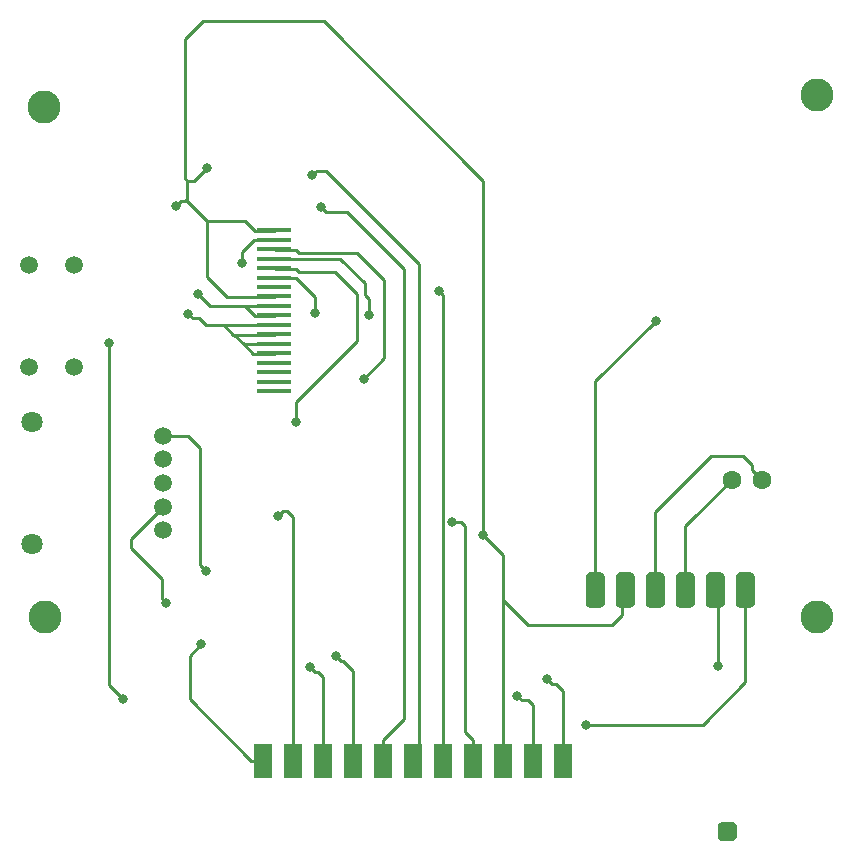
<source format=gbr>
G04 #@! TF.GenerationSoftware,KiCad,Pcbnew,5.0.2+dfsg1-1~bpo9+1*
G04 #@! TF.CreationDate,2020-11-02T20:14:28+00:00*
G04 #@! TF.ProjectId,gbc_outline_screen_new,6762635f-6f75-4746-9c69-6e655f736372,rev?*
G04 #@! TF.SameCoordinates,Original*
G04 #@! TF.FileFunction,Copper,L1,Top*
G04 #@! TF.FilePolarity,Positive*
%FSLAX46Y46*%
G04 Gerber Fmt 4.6, Leading zero omitted, Abs format (unit mm)*
G04 Created by KiCad (PCBNEW 5.0.2+dfsg1-1~bpo9+1) date Mon 02 Nov 2020 20:14:28 GMT*
%MOMM*%
%LPD*%
G01*
G04 APERTURE LIST*
G04 #@! TA.AperFunction,SMDPad,CuDef*
%ADD10R,3.000000X0.400000*%
G04 #@! TD*
G04 #@! TA.AperFunction,Conductor*
%ADD11C,0.100000*%
G04 #@! TD*
G04 #@! TA.AperFunction,SMDPad,CuDef*
%ADD12C,1.600000*%
G04 #@! TD*
G04 #@! TA.AperFunction,ComponentPad*
%ADD13C,2.800000*%
G04 #@! TD*
G04 #@! TA.AperFunction,ComponentPad*
%ADD14C,1.500000*%
G04 #@! TD*
G04 #@! TA.AperFunction,ComponentPad*
%ADD15C,1.800000*%
G04 #@! TD*
G04 #@! TA.AperFunction,ComponentPad*
%ADD16C,1.600000*%
G04 #@! TD*
G04 #@! TA.AperFunction,SMDPad,CuDef*
%ADD17R,1.524000X3.000000*%
G04 #@! TD*
G04 #@! TA.AperFunction,ViaPad*
%ADD18C,0.800000*%
G04 #@! TD*
G04 #@! TA.AperFunction,Conductor*
%ADD19C,0.250000*%
G04 #@! TD*
G04 APERTURE END LIST*
D10*
G04 #@! TO.P,U1,1*
G04 #@! TO.N,Net-(J1-Pad34)*
X135737600Y-73439020D03*
G04 #@! TO.P,U1,2*
G04 #@! TO.N,Net-(J1-Pad13)*
X135737600Y-74239120D03*
G04 #@! TO.P,U1,3*
G04 #@! TO.N,Net-(J1-Pad23)*
X135737600Y-75039220D03*
G04 #@! TO.P,U1,4*
G04 #@! TO.N,Net-(J1-Pad22)*
X135737600Y-75839320D03*
G04 #@! TO.P,U1,5*
G04 #@! TO.N,Net-(J1-Pad24)*
X135737600Y-76639420D03*
G04 #@! TO.P,U1,6*
G04 #@! TO.N,Net-(J1-Pad19)*
X135737600Y-77439520D03*
G04 #@! TO.P,U1,7*
G04 #@! TO.N,Net-(U1-Pad7)*
X135737600Y-78239620D03*
G04 #@! TO.P,U1,8*
G04 #@! TO.N,Net-(J1-Pad34)*
X135737600Y-79039720D03*
G04 #@! TO.P,U1,9*
G04 #@! TO.N,Net-(J1-Pad1)*
X135737600Y-79839820D03*
G04 #@! TO.P,U1,10*
X135737600Y-80639920D03*
G04 #@! TO.P,U1,11*
G04 #@! TO.N,Net-(R1-Pad2)*
X135737600Y-81440020D03*
G04 #@! TO.P,U1,12*
X135737600Y-82240120D03*
G04 #@! TO.P,U1,13*
X135737600Y-83040220D03*
G04 #@! TO.P,U1,14*
X135737600Y-83840320D03*
G04 #@! TO.P,U1,15*
G04 #@! TO.N,Net-(U1-Pad15)*
X135737600Y-84640420D03*
G04 #@! TO.P,U1,16*
G04 #@! TO.N,Net-(U1-Pad16)*
X135737600Y-85440520D03*
G04 #@! TO.P,U1,17*
G04 #@! TO.N,Net-(U1-Pad17)*
X135737600Y-86240620D03*
G04 #@! TO.P,U1,18*
G04 #@! TO.N,Net-(U1-Pad18)*
X135737600Y-87040720D03*
G04 #@! TD*
D11*
G04 #@! TO.N,Net-(U3-Pad1)*
G04 #@! TO.C,U3*
G36*
X176052267Y-102387926D02*
X176091096Y-102393686D01*
X176129174Y-102403224D01*
X176166133Y-102416448D01*
X176201619Y-102433231D01*
X176235288Y-102453412D01*
X176266817Y-102476796D01*
X176295903Y-102503157D01*
X176322264Y-102532243D01*
X176345648Y-102563772D01*
X176365829Y-102597441D01*
X176382612Y-102632927D01*
X176395836Y-102669886D01*
X176405374Y-102707964D01*
X176411134Y-102746793D01*
X176413060Y-102786000D01*
X176413060Y-104986000D01*
X176411134Y-105025207D01*
X176405374Y-105064036D01*
X176395836Y-105102114D01*
X176382612Y-105139073D01*
X176365829Y-105174559D01*
X176345648Y-105208228D01*
X176322264Y-105239757D01*
X176295903Y-105268843D01*
X176266817Y-105295204D01*
X176235288Y-105318588D01*
X176201619Y-105338769D01*
X176166133Y-105355552D01*
X176129174Y-105368776D01*
X176091096Y-105378314D01*
X176052267Y-105384074D01*
X176013060Y-105386000D01*
X175213060Y-105386000D01*
X175173853Y-105384074D01*
X175135024Y-105378314D01*
X175096946Y-105368776D01*
X175059987Y-105355552D01*
X175024501Y-105338769D01*
X174990832Y-105318588D01*
X174959303Y-105295204D01*
X174930217Y-105268843D01*
X174903856Y-105239757D01*
X174880472Y-105208228D01*
X174860291Y-105174559D01*
X174843508Y-105139073D01*
X174830284Y-105102114D01*
X174820746Y-105064036D01*
X174814986Y-105025207D01*
X174813060Y-104986000D01*
X174813060Y-102786000D01*
X174814986Y-102746793D01*
X174820746Y-102707964D01*
X174830284Y-102669886D01*
X174843508Y-102632927D01*
X174860291Y-102597441D01*
X174880472Y-102563772D01*
X174903856Y-102532243D01*
X174930217Y-102503157D01*
X174959303Y-102476796D01*
X174990832Y-102453412D01*
X175024501Y-102433231D01*
X175059987Y-102416448D01*
X175096946Y-102403224D01*
X175135024Y-102393686D01*
X175173853Y-102387926D01*
X175213060Y-102386000D01*
X176013060Y-102386000D01*
X176052267Y-102387926D01*
X176052267Y-102387926D01*
G37*
D12*
G04 #@! TD*
G04 #@! TO.P,U3,1*
G04 #@! TO.N,Net-(U3-Pad1)*
X175613060Y-103886000D03*
D11*
G04 #@! TO.N,Net-(R2-Pad1)*
G04 #@! TO.C,U3*
G36*
X173512267Y-102387926D02*
X173551096Y-102393686D01*
X173589174Y-102403224D01*
X173626133Y-102416448D01*
X173661619Y-102433231D01*
X173695288Y-102453412D01*
X173726817Y-102476796D01*
X173755903Y-102503157D01*
X173782264Y-102532243D01*
X173805648Y-102563772D01*
X173825829Y-102597441D01*
X173842612Y-102632927D01*
X173855836Y-102669886D01*
X173865374Y-102707964D01*
X173871134Y-102746793D01*
X173873060Y-102786000D01*
X173873060Y-104986000D01*
X173871134Y-105025207D01*
X173865374Y-105064036D01*
X173855836Y-105102114D01*
X173842612Y-105139073D01*
X173825829Y-105174559D01*
X173805648Y-105208228D01*
X173782264Y-105239757D01*
X173755903Y-105268843D01*
X173726817Y-105295204D01*
X173695288Y-105318588D01*
X173661619Y-105338769D01*
X173626133Y-105355552D01*
X173589174Y-105368776D01*
X173551096Y-105378314D01*
X173512267Y-105384074D01*
X173473060Y-105386000D01*
X172673060Y-105386000D01*
X172633853Y-105384074D01*
X172595024Y-105378314D01*
X172556946Y-105368776D01*
X172519987Y-105355552D01*
X172484501Y-105338769D01*
X172450832Y-105318588D01*
X172419303Y-105295204D01*
X172390217Y-105268843D01*
X172363856Y-105239757D01*
X172340472Y-105208228D01*
X172320291Y-105174559D01*
X172303508Y-105139073D01*
X172290284Y-105102114D01*
X172280746Y-105064036D01*
X172274986Y-105025207D01*
X172273060Y-104986000D01*
X172273060Y-102786000D01*
X172274986Y-102746793D01*
X172280746Y-102707964D01*
X172290284Y-102669886D01*
X172303508Y-102632927D01*
X172320291Y-102597441D01*
X172340472Y-102563772D01*
X172363856Y-102532243D01*
X172390217Y-102503157D01*
X172419303Y-102476796D01*
X172450832Y-102453412D01*
X172484501Y-102433231D01*
X172519987Y-102416448D01*
X172556946Y-102403224D01*
X172595024Y-102393686D01*
X172633853Y-102387926D01*
X172673060Y-102386000D01*
X173473060Y-102386000D01*
X173512267Y-102387926D01*
X173512267Y-102387926D01*
G37*
D12*
G04 #@! TD*
G04 #@! TO.P,U3,2*
G04 #@! TO.N,Net-(R2-Pad1)*
X173073060Y-103886000D03*
D11*
G04 #@! TO.N,Net-(U2-Pad1)*
G04 #@! TO.C,U3*
G36*
X170972267Y-102387926D02*
X171011096Y-102393686D01*
X171049174Y-102403224D01*
X171086133Y-102416448D01*
X171121619Y-102433231D01*
X171155288Y-102453412D01*
X171186817Y-102476796D01*
X171215903Y-102503157D01*
X171242264Y-102532243D01*
X171265648Y-102563772D01*
X171285829Y-102597441D01*
X171302612Y-102632927D01*
X171315836Y-102669886D01*
X171325374Y-102707964D01*
X171331134Y-102746793D01*
X171333060Y-102786000D01*
X171333060Y-104986000D01*
X171331134Y-105025207D01*
X171325374Y-105064036D01*
X171315836Y-105102114D01*
X171302612Y-105139073D01*
X171285829Y-105174559D01*
X171265648Y-105208228D01*
X171242264Y-105239757D01*
X171215903Y-105268843D01*
X171186817Y-105295204D01*
X171155288Y-105318588D01*
X171121619Y-105338769D01*
X171086133Y-105355552D01*
X171049174Y-105368776D01*
X171011096Y-105378314D01*
X170972267Y-105384074D01*
X170933060Y-105386000D01*
X170133060Y-105386000D01*
X170093853Y-105384074D01*
X170055024Y-105378314D01*
X170016946Y-105368776D01*
X169979987Y-105355552D01*
X169944501Y-105338769D01*
X169910832Y-105318588D01*
X169879303Y-105295204D01*
X169850217Y-105268843D01*
X169823856Y-105239757D01*
X169800472Y-105208228D01*
X169780291Y-105174559D01*
X169763508Y-105139073D01*
X169750284Y-105102114D01*
X169740746Y-105064036D01*
X169734986Y-105025207D01*
X169733060Y-104986000D01*
X169733060Y-102786000D01*
X169734986Y-102746793D01*
X169740746Y-102707964D01*
X169750284Y-102669886D01*
X169763508Y-102632927D01*
X169780291Y-102597441D01*
X169800472Y-102563772D01*
X169823856Y-102532243D01*
X169850217Y-102503157D01*
X169879303Y-102476796D01*
X169910832Y-102453412D01*
X169944501Y-102433231D01*
X169979987Y-102416448D01*
X170016946Y-102403224D01*
X170055024Y-102393686D01*
X170093853Y-102387926D01*
X170133060Y-102386000D01*
X170933060Y-102386000D01*
X170972267Y-102387926D01*
X170972267Y-102387926D01*
G37*
D12*
G04 #@! TD*
G04 #@! TO.P,U3,3*
G04 #@! TO.N,Net-(U2-Pad1)*
X170533060Y-103886000D03*
D11*
G04 #@! TO.N,Net-(U2-Pad2)*
G04 #@! TO.C,U3*
G36*
X168432267Y-102387926D02*
X168471096Y-102393686D01*
X168509174Y-102403224D01*
X168546133Y-102416448D01*
X168581619Y-102433231D01*
X168615288Y-102453412D01*
X168646817Y-102476796D01*
X168675903Y-102503157D01*
X168702264Y-102532243D01*
X168725648Y-102563772D01*
X168745829Y-102597441D01*
X168762612Y-102632927D01*
X168775836Y-102669886D01*
X168785374Y-102707964D01*
X168791134Y-102746793D01*
X168793060Y-102786000D01*
X168793060Y-104986000D01*
X168791134Y-105025207D01*
X168785374Y-105064036D01*
X168775836Y-105102114D01*
X168762612Y-105139073D01*
X168745829Y-105174559D01*
X168725648Y-105208228D01*
X168702264Y-105239757D01*
X168675903Y-105268843D01*
X168646817Y-105295204D01*
X168615288Y-105318588D01*
X168581619Y-105338769D01*
X168546133Y-105355552D01*
X168509174Y-105368776D01*
X168471096Y-105378314D01*
X168432267Y-105384074D01*
X168393060Y-105386000D01*
X167593060Y-105386000D01*
X167553853Y-105384074D01*
X167515024Y-105378314D01*
X167476946Y-105368776D01*
X167439987Y-105355552D01*
X167404501Y-105338769D01*
X167370832Y-105318588D01*
X167339303Y-105295204D01*
X167310217Y-105268843D01*
X167283856Y-105239757D01*
X167260472Y-105208228D01*
X167240291Y-105174559D01*
X167223508Y-105139073D01*
X167210284Y-105102114D01*
X167200746Y-105064036D01*
X167194986Y-105025207D01*
X167193060Y-104986000D01*
X167193060Y-102786000D01*
X167194986Y-102746793D01*
X167200746Y-102707964D01*
X167210284Y-102669886D01*
X167223508Y-102632927D01*
X167240291Y-102597441D01*
X167260472Y-102563772D01*
X167283856Y-102532243D01*
X167310217Y-102503157D01*
X167339303Y-102476796D01*
X167370832Y-102453412D01*
X167404501Y-102433231D01*
X167439987Y-102416448D01*
X167476946Y-102403224D01*
X167515024Y-102393686D01*
X167553853Y-102387926D01*
X167593060Y-102386000D01*
X168393060Y-102386000D01*
X168432267Y-102387926D01*
X168432267Y-102387926D01*
G37*
D12*
G04 #@! TD*
G04 #@! TO.P,U3,4*
G04 #@! TO.N,Net-(U2-Pad2)*
X167993060Y-103886000D03*
D11*
G04 #@! TO.N,Net-(J1-Pad34)*
G04 #@! TO.C,U3*
G36*
X165892267Y-102387926D02*
X165931096Y-102393686D01*
X165969174Y-102403224D01*
X166006133Y-102416448D01*
X166041619Y-102433231D01*
X166075288Y-102453412D01*
X166106817Y-102476796D01*
X166135903Y-102503157D01*
X166162264Y-102532243D01*
X166185648Y-102563772D01*
X166205829Y-102597441D01*
X166222612Y-102632927D01*
X166235836Y-102669886D01*
X166245374Y-102707964D01*
X166251134Y-102746793D01*
X166253060Y-102786000D01*
X166253060Y-104986000D01*
X166251134Y-105025207D01*
X166245374Y-105064036D01*
X166235836Y-105102114D01*
X166222612Y-105139073D01*
X166205829Y-105174559D01*
X166185648Y-105208228D01*
X166162264Y-105239757D01*
X166135903Y-105268843D01*
X166106817Y-105295204D01*
X166075288Y-105318588D01*
X166041619Y-105338769D01*
X166006133Y-105355552D01*
X165969174Y-105368776D01*
X165931096Y-105378314D01*
X165892267Y-105384074D01*
X165853060Y-105386000D01*
X165053060Y-105386000D01*
X165013853Y-105384074D01*
X164975024Y-105378314D01*
X164936946Y-105368776D01*
X164899987Y-105355552D01*
X164864501Y-105338769D01*
X164830832Y-105318588D01*
X164799303Y-105295204D01*
X164770217Y-105268843D01*
X164743856Y-105239757D01*
X164720472Y-105208228D01*
X164700291Y-105174559D01*
X164683508Y-105139073D01*
X164670284Y-105102114D01*
X164660746Y-105064036D01*
X164654986Y-105025207D01*
X164653060Y-104986000D01*
X164653060Y-102786000D01*
X164654986Y-102746793D01*
X164660746Y-102707964D01*
X164670284Y-102669886D01*
X164683508Y-102632927D01*
X164700291Y-102597441D01*
X164720472Y-102563772D01*
X164743856Y-102532243D01*
X164770217Y-102503157D01*
X164799303Y-102476796D01*
X164830832Y-102453412D01*
X164864501Y-102433231D01*
X164899987Y-102416448D01*
X164936946Y-102403224D01*
X164975024Y-102393686D01*
X165013853Y-102387926D01*
X165053060Y-102386000D01*
X165853060Y-102386000D01*
X165892267Y-102387926D01*
X165892267Y-102387926D01*
G37*
D12*
G04 #@! TD*
G04 #@! TO.P,U3,5*
G04 #@! TO.N,Net-(J1-Pad34)*
X165453060Y-103886000D03*
D11*
G04 #@! TO.N,Net-(SW1-Pad3)*
G04 #@! TO.C,U3*
G36*
X163352267Y-102387926D02*
X163391096Y-102393686D01*
X163429174Y-102403224D01*
X163466133Y-102416448D01*
X163501619Y-102433231D01*
X163535288Y-102453412D01*
X163566817Y-102476796D01*
X163595903Y-102503157D01*
X163622264Y-102532243D01*
X163645648Y-102563772D01*
X163665829Y-102597441D01*
X163682612Y-102632927D01*
X163695836Y-102669886D01*
X163705374Y-102707964D01*
X163711134Y-102746793D01*
X163713060Y-102786000D01*
X163713060Y-104986000D01*
X163711134Y-105025207D01*
X163705374Y-105064036D01*
X163695836Y-105102114D01*
X163682612Y-105139073D01*
X163665829Y-105174559D01*
X163645648Y-105208228D01*
X163622264Y-105239757D01*
X163595903Y-105268843D01*
X163566817Y-105295204D01*
X163535288Y-105318588D01*
X163501619Y-105338769D01*
X163466133Y-105355552D01*
X163429174Y-105368776D01*
X163391096Y-105378314D01*
X163352267Y-105384074D01*
X163313060Y-105386000D01*
X162513060Y-105386000D01*
X162473853Y-105384074D01*
X162435024Y-105378314D01*
X162396946Y-105368776D01*
X162359987Y-105355552D01*
X162324501Y-105338769D01*
X162290832Y-105318588D01*
X162259303Y-105295204D01*
X162230217Y-105268843D01*
X162203856Y-105239757D01*
X162180472Y-105208228D01*
X162160291Y-105174559D01*
X162143508Y-105139073D01*
X162130284Y-105102114D01*
X162120746Y-105064036D01*
X162114986Y-105025207D01*
X162113060Y-104986000D01*
X162113060Y-102786000D01*
X162114986Y-102746793D01*
X162120746Y-102707964D01*
X162130284Y-102669886D01*
X162143508Y-102632927D01*
X162160291Y-102597441D01*
X162180472Y-102563772D01*
X162203856Y-102532243D01*
X162230217Y-102503157D01*
X162259303Y-102476796D01*
X162290832Y-102453412D01*
X162324501Y-102433231D01*
X162359987Y-102416448D01*
X162396946Y-102403224D01*
X162435024Y-102393686D01*
X162473853Y-102387926D01*
X162513060Y-102386000D01*
X163313060Y-102386000D01*
X163352267Y-102387926D01*
X163352267Y-102387926D01*
G37*
D12*
G04 #@! TD*
G04 #@! TO.P,U3,6*
G04 #@! TO.N,Net-(SW1-Pad3)*
X162913060Y-103886000D03*
D11*
G04 #@! TO.N,Net-(U3-Pad7)*
G04 #@! TO.C,U3*
G36*
X174528267Y-123534926D02*
X174567096Y-123540686D01*
X174605174Y-123550224D01*
X174642133Y-123563448D01*
X174677619Y-123580231D01*
X174711288Y-123600412D01*
X174742817Y-123623796D01*
X174771903Y-123650157D01*
X174798264Y-123679243D01*
X174821648Y-123710772D01*
X174841829Y-123744441D01*
X174858612Y-123779927D01*
X174871836Y-123816886D01*
X174881374Y-123854964D01*
X174887134Y-123893793D01*
X174889060Y-123933000D01*
X174889060Y-124733000D01*
X174887134Y-124772207D01*
X174881374Y-124811036D01*
X174871836Y-124849114D01*
X174858612Y-124886073D01*
X174841829Y-124921559D01*
X174821648Y-124955228D01*
X174798264Y-124986757D01*
X174771903Y-125015843D01*
X174742817Y-125042204D01*
X174711288Y-125065588D01*
X174677619Y-125085769D01*
X174642133Y-125102552D01*
X174605174Y-125115776D01*
X174567096Y-125125314D01*
X174528267Y-125131074D01*
X174489060Y-125133000D01*
X173689060Y-125133000D01*
X173649853Y-125131074D01*
X173611024Y-125125314D01*
X173572946Y-125115776D01*
X173535987Y-125102552D01*
X173500501Y-125085769D01*
X173466832Y-125065588D01*
X173435303Y-125042204D01*
X173406217Y-125015843D01*
X173379856Y-124986757D01*
X173356472Y-124955228D01*
X173336291Y-124921559D01*
X173319508Y-124886073D01*
X173306284Y-124849114D01*
X173296746Y-124811036D01*
X173290986Y-124772207D01*
X173289060Y-124733000D01*
X173289060Y-123933000D01*
X173290986Y-123893793D01*
X173296746Y-123854964D01*
X173306284Y-123816886D01*
X173319508Y-123779927D01*
X173336291Y-123744441D01*
X173356472Y-123710772D01*
X173379856Y-123679243D01*
X173406217Y-123650157D01*
X173435303Y-123623796D01*
X173466832Y-123600412D01*
X173500501Y-123580231D01*
X173535987Y-123563448D01*
X173572946Y-123550224D01*
X173611024Y-123540686D01*
X173649853Y-123534926D01*
X173689060Y-123533000D01*
X174489060Y-123533000D01*
X174528267Y-123534926D01*
X174528267Y-123534926D01*
G37*
D12*
G04 #@! TD*
G04 #@! TO.P,U3,7*
G04 #@! TO.N,Net-(U3-Pad7)*
X174089060Y-124333000D03*
D13*
G04 #@! TO.P,REF\002A\002A,1*
G04 #@! TO.N,N/C*
X116286280Y-106151680D03*
G04 #@! TD*
G04 #@! TO.P,REF\002A\002A,1*
G04 #@! TO.N,N/C*
X181678580Y-61953140D03*
G04 #@! TD*
G04 #@! TO.P,REF\002A\002A,1*
G04 #@! TO.N,N/C*
X116273580Y-62969140D03*
G04 #@! TD*
G04 #@! TO.P,REF\002A\002A,1*
G04 #@! TO.N,N/C*
X181678580Y-106149140D03*
G04 #@! TD*
D14*
G04 #@! TO.P,U4,1*
G04 #@! TO.N,Net-(J1-Pad34)*
X126329440Y-90820240D03*
G04 #@! TO.P,U4,2*
G04 #@! TO.N,Net-(J1-Pad12)*
X126329440Y-92826840D03*
G04 #@! TO.P,U4,3*
G04 #@! TO.N,Net-(J1-Pad33)*
X126329440Y-94833440D03*
G04 #@! TO.P,U4,4*
G04 #@! TO.N,Net-(U4-Pad4)*
X126329440Y-96840040D03*
G04 #@! TO.P,U4,5*
G04 #@! TO.N,Net-(U4-Pad5)*
X126329440Y-98846640D03*
D15*
G04 #@! TO.P,U4,6*
G04 #@! TO.N,N/C*
X115204240Y-100002340D03*
G04 #@! TO.P,U4,7*
X115216940Y-89664540D03*
G04 #@! TD*
D16*
G04 #@! TO.P,U2,1*
G04 #@! TO.N,Net-(U2-Pad1)*
X174457360Y-94538800D03*
G04 #@! TO.P,U2,2*
G04 #@! TO.N,Net-(U2-Pad2)*
X176997360Y-94538800D03*
G04 #@! TD*
D17*
G04 #@! TO.P,U6,7*
G04 #@! TO.N,Net-(J1-Pad18)*
X150022560Y-118353840D03*
G04 #@! TO.P,U6,6*
G04 #@! TO.N,Net-(J1-Pad7)*
X147482560Y-118353840D03*
G04 #@! TO.P,U6,5*
G04 #@! TO.N,Net-(J1-Pad16)*
X144942560Y-118353840D03*
G04 #@! TO.P,U6,4*
G04 #@! TO.N,Net-(J1-Pad35)*
X142402560Y-118358920D03*
G04 #@! TO.P,U6,3*
G04 #@! TO.N,Net-(J1-Pad37)*
X139862560Y-118358920D03*
G04 #@! TO.P,U6,8*
G04 #@! TO.N,Net-(J1-Pad32)*
X152562560Y-118353840D03*
G04 #@! TO.P,U6,9*
G04 #@! TO.N,Net-(J1-Pad34)*
X155102560Y-118353840D03*
G04 #@! TO.P,U6,11*
G04 #@! TO.N,Net-(U4-Pad5)*
X160182560Y-118353840D03*
G04 #@! TO.P,U6,10*
G04 #@! TO.N,Net-(U4-Pad4)*
X157642560Y-118353840D03*
G04 #@! TO.P,U6,2*
G04 #@! TO.N,Net-(J1-Pad29)*
X137322560Y-118353840D03*
G04 #@! TO.P,U6,1*
G04 #@! TO.N,Net-(J1-Pad38)*
X134782560Y-118358920D03*
G04 #@! TD*
D14*
G04 #@! TO.P,U7,1*
G04 #@! TO.N,Net-(R2-Pad1)*
X118775480Y-84980780D03*
X118775480Y-76344780D03*
X114978180Y-76344780D03*
X114978180Y-84980780D03*
G04 #@! TD*
D18*
G04 #@! TO.N,Net-(J1-Pad1)*
X129270760Y-78816200D03*
G04 #@! TO.N,Net-(J1-Pad7)*
X138912600Y-68798440D03*
G04 #@! TO.N,Net-(J1-Pad13)*
X132953760Y-76169520D03*
G04 #@! TO.N,Net-(J1-Pad16)*
X139715240Y-71470520D03*
G04 #@! TO.N,Net-(J1-Pad18)*
X149656800Y-78592680D03*
G04 #@! TO.N,Net-(J1-Pad19)*
X139166600Y-80462120D03*
G04 #@! TO.N,Net-(J1-Pad22)*
X143758920Y-80624680D03*
G04 #@! TO.N,Net-(J1-Pad23)*
X143291560Y-86004400D03*
G04 #@! TO.N,Net-(J1-Pad24)*
X137601960Y-89646760D03*
G04 #@! TO.N,Net-(J1-Pad29)*
X136052560Y-97632520D03*
G04 #@! TO.N,Net-(J1-Pad32)*
X150747560Y-98130360D03*
G04 #@! TO.N,Net-(J1-Pad34)*
X153436320Y-99227640D03*
X127431800Y-71353680D03*
X129910840Y-102285800D03*
X130022600Y-68193920D03*
G04 #@! TO.N,Net-(J1-Pad35)*
X140985240Y-109479080D03*
G04 #@! TO.N,Net-(J1-Pad37)*
X138765280Y-110408720D03*
G04 #@! TO.N,Net-(J1-Pad38)*
X129504440Y-108493560D03*
G04 #@! TO.N,Net-(SW1-Pad3)*
X168054020Y-81076800D03*
G04 #@! TO.N,Net-(R1-Pad2)*
X128447800Y-80497680D03*
G04 #@! TO.N,Net-(U4-Pad4)*
X126583440Y-105008680D03*
X156265880Y-112842040D03*
G04 #@! TO.N,Net-(U4-Pad5)*
X158821120Y-111434880D03*
G04 #@! TO.N,Net-(R2-Pad1)*
X173299120Y-110289340D03*
G04 #@! TO.N,Net-(U3-Pad1)*
X162110420Y-115285520D03*
X122890280Y-113113820D03*
X121726960Y-83002120D03*
G04 #@! TD*
D19*
G04 #@! TO.N,Net-(J1-Pad1)*
X134073960Y-80685640D02*
X133230680Y-79842360D01*
X135823960Y-80685640D02*
X134073960Y-80685640D01*
X130296920Y-79842360D02*
X129270760Y-78816200D01*
X133111240Y-79842360D02*
X130296920Y-79842360D01*
X133154420Y-79885540D02*
X133111240Y-79842360D01*
X135823960Y-79885540D02*
X133154420Y-79885540D01*
X133230680Y-79842360D02*
X133111240Y-79842360D01*
G04 #@! TO.N,Net-(J1-Pad7)*
X147482560Y-117615840D02*
X148021040Y-117077360D01*
X147482560Y-118353840D02*
X147482560Y-117615840D01*
X148021040Y-117077360D02*
X148021040Y-76305240D01*
X140114241Y-68398441D02*
X140280560Y-68564760D01*
X138912600Y-68798440D02*
X139312599Y-68398441D01*
X139312599Y-68398441D02*
X140114241Y-68398441D01*
X148021040Y-76305240D02*
X140280560Y-68564760D01*
G04 #@! TO.N,Net-(J1-Pad13)*
X132953760Y-75272960D02*
X132953760Y-76169520D01*
X133987600Y-74239120D02*
X132953760Y-75272960D01*
X135737600Y-74239120D02*
X133987600Y-74239120D01*
G04 #@! TO.N,Net-(J1-Pad16)*
X144942560Y-116603840D02*
X146745960Y-114800440D01*
X144942560Y-118353840D02*
X144942560Y-116603840D01*
X146745960Y-114800440D02*
X146745960Y-76753720D01*
X141862759Y-71870519D02*
X142346680Y-72354440D01*
X140115239Y-71870519D02*
X141862759Y-71870519D01*
X139715240Y-71470520D02*
X140115239Y-71870519D01*
X146745960Y-76753720D02*
X142346680Y-72354440D01*
G04 #@! TO.N,Net-(J1-Pad18)*
X150022560Y-78958440D02*
X149656800Y-78592680D01*
X150022560Y-118353840D02*
X150022560Y-78958440D01*
G04 #@! TO.N,Net-(J1-Pad19)*
X139166600Y-79077880D02*
X139166600Y-80462120D01*
X137573960Y-77485240D02*
X139166600Y-79077880D01*
X135823960Y-77485240D02*
X137573960Y-77485240D01*
G04 #@! TO.N,Net-(J1-Pad22)*
X141325600Y-75839320D02*
X135737600Y-75839320D01*
X143758920Y-80624680D02*
X143758920Y-79221190D01*
X143758920Y-79221190D02*
X143418560Y-78880830D01*
X143418560Y-78880830D02*
X143418560Y-77932280D01*
X143418560Y-77932280D02*
X141325600Y-75839320D01*
G04 #@! TO.N,Net-(J1-Pad23)*
X137573960Y-75084940D02*
X137815260Y-75326240D01*
X135823960Y-75084940D02*
X137573960Y-75084940D01*
X137815260Y-75326240D02*
X142763240Y-75326240D01*
X142763240Y-75326240D02*
X145044160Y-77607160D01*
X145044160Y-84251800D02*
X143291560Y-86004400D01*
X145044160Y-77607160D02*
X145044160Y-84251800D01*
G04 #@! TO.N,Net-(J1-Pad24)*
X137573960Y-76685140D02*
X137860980Y-76972160D01*
X135823960Y-76685140D02*
X137573960Y-76685140D01*
X137860980Y-76972160D02*
X140873480Y-76972160D01*
X140873480Y-76972160D02*
X142707360Y-78806040D01*
X142707360Y-78806040D02*
X142707360Y-82834480D01*
X137601960Y-87939880D02*
X137601960Y-89646760D01*
X142707360Y-82834480D02*
X137601960Y-87939880D01*
G04 #@! TO.N,Net-(J1-Pad29)*
X136452559Y-97232521D02*
X136805721Y-97232521D01*
X136805721Y-97232521D02*
X137322560Y-97749360D01*
X136052560Y-97632520D02*
X136452559Y-97232521D01*
X137322560Y-118353840D02*
X137322560Y-97749360D01*
G04 #@! TO.N,Net-(J1-Pad32)*
X152562560Y-116603840D02*
X151902160Y-115943440D01*
X152562560Y-118353840D02*
X152562560Y-116603840D01*
X150747560Y-98130360D02*
X151561800Y-98130360D01*
X151561800Y-98130360D02*
X151902160Y-98470720D01*
X151902160Y-115943440D02*
X151902160Y-98470720D01*
G04 #@! TO.N,Net-(J1-Pad34)*
X135823960Y-79085440D02*
X131739640Y-79085440D01*
X134073960Y-73484740D02*
X133233220Y-72644000D01*
X135823960Y-73484740D02*
X134073960Y-73484740D01*
X130053080Y-72644000D02*
X128371600Y-70962520D01*
X133233220Y-72644000D02*
X130053080Y-72644000D01*
X131739640Y-79085440D02*
X131739640Y-79054960D01*
X130053080Y-77368400D02*
X130053080Y-72644000D01*
X131739640Y-79054960D02*
X130053080Y-77368400D01*
X155102560Y-100893880D02*
X153436320Y-99227640D01*
X153436320Y-99227640D02*
X153436320Y-69239090D01*
X153436320Y-69239090D02*
X139948920Y-55751690D01*
X139948920Y-55751690D02*
X129663230Y-55751690D01*
X129663230Y-55751690D02*
X128148080Y-57266840D01*
X128148080Y-57266840D02*
X128148080Y-61630560D01*
X128141679Y-70953681D02*
X128371600Y-70723760D01*
X127831799Y-70953681D02*
X128141679Y-70953681D01*
X127431800Y-71353680D02*
X127831799Y-70953681D01*
X128371600Y-70962520D02*
X128371600Y-70723760D01*
X128371600Y-70723760D02*
X128371600Y-69250560D01*
X128386840Y-90820240D02*
X126329440Y-90820240D01*
X128391920Y-90825320D02*
X128386840Y-90820240D01*
X129428240Y-91861640D02*
X128391920Y-90825320D01*
X129428240Y-91861640D02*
X129428240Y-101803200D01*
X129428240Y-101803200D02*
X129910840Y-102285800D01*
X128965960Y-69250560D02*
X130022600Y-68193920D01*
X128371600Y-69250560D02*
X128965960Y-69250560D01*
X128148080Y-69027040D02*
X128371600Y-69250560D01*
X128148080Y-61630560D02*
X128148080Y-69027040D01*
X165128450Y-104761790D02*
X165128450Y-106021630D01*
X165999160Y-103891080D02*
X165128450Y-104761790D01*
X165128450Y-106021630D02*
X164320220Y-106829860D01*
X164320220Y-106829860D02*
X157192980Y-106829860D01*
X157192980Y-106829860D02*
X155102560Y-104739440D01*
X155102560Y-104739440D02*
X155102560Y-100893880D01*
X155102560Y-118353840D02*
X155102560Y-104739440D01*
G04 #@! TO.N,Net-(J1-Pad35)*
X141532559Y-109879079D02*
X142402560Y-110749080D01*
X142402560Y-118358920D02*
X142402560Y-110749080D01*
X141385239Y-109879079D02*
X141532559Y-109879079D01*
X140985240Y-109479080D02*
X141385239Y-109879079D01*
G04 #@! TO.N,Net-(J1-Pad37)*
X139429439Y-110808719D02*
X139862560Y-111241840D01*
X139165279Y-110808719D02*
X139429439Y-110808719D01*
X138765280Y-110408720D02*
X139165279Y-110808719D01*
X139862560Y-118358920D02*
X139862560Y-111241840D01*
G04 #@! TO.N,Net-(J1-Pad38)*
X133770560Y-118358920D02*
X128554480Y-113142840D01*
X134782560Y-118358920D02*
X133770560Y-118358920D01*
X128554480Y-109443520D02*
X128554480Y-110347760D01*
X129504440Y-108493560D02*
X128554480Y-109443520D01*
X128554480Y-113142840D02*
X128554480Y-110347760D01*
G04 #@! TO.N,Net-(SW1-Pad3)*
X162913060Y-86217760D02*
X162913060Y-103886000D01*
X168054020Y-81076800D02*
X162913060Y-86217760D01*
G04 #@! TO.N,Net-(R1-Pad2)*
X134073960Y-82285840D02*
X134063800Y-82296000D01*
X135823960Y-82285840D02*
X134073960Y-82285840D01*
X132270500Y-82296000D02*
X131460240Y-81485740D01*
X135823960Y-81485740D02*
X131460240Y-81485740D01*
X134073960Y-83085940D02*
X134071420Y-83083400D01*
X135823960Y-83085940D02*
X134073960Y-83085940D01*
X133141720Y-83083400D02*
X132354320Y-82296000D01*
X134071420Y-83083400D02*
X133141720Y-83083400D01*
X132354320Y-82296000D02*
X132270500Y-82296000D01*
X134063800Y-82296000D02*
X132354320Y-82296000D01*
X134073960Y-83886040D02*
X134063800Y-83896200D01*
X135823960Y-83886040D02*
X134073960Y-83886040D01*
X133954520Y-83896200D02*
X133141720Y-83083400D01*
X134063800Y-83896200D02*
X133954520Y-83896200D01*
X129343099Y-80897679D02*
X129931160Y-81485740D01*
X128847799Y-80897679D02*
X129343099Y-80897679D01*
X128447800Y-80497680D02*
X128847799Y-80897679D01*
X131460240Y-81485740D02*
X129931160Y-81485740D01*
G04 #@! TO.N,Net-(U4-Pad4)*
X126183441Y-104608681D02*
X126183441Y-102978001D01*
X126583440Y-105008680D02*
X126183441Y-104608681D01*
X126183441Y-102978001D02*
X123555760Y-100350320D01*
X123555760Y-99613720D02*
X126329440Y-96840040D01*
X123555760Y-100350320D02*
X123555760Y-99613720D01*
X157214519Y-113242039D02*
X157642560Y-113670080D01*
X156665879Y-113242039D02*
X157214519Y-113242039D01*
X156265880Y-112842040D02*
X156665879Y-113242039D01*
X157642560Y-118353840D02*
X157642560Y-113670080D01*
G04 #@! TO.N,Net-(U4-Pad5)*
X160182560Y-116603840D02*
X160187640Y-116598760D01*
X160182560Y-118353840D02*
X160182560Y-116603840D01*
X159566559Y-111834879D02*
X160187640Y-112455960D01*
X159221119Y-111834879D02*
X159566559Y-111834879D01*
X158821120Y-111434880D02*
X159221119Y-111834879D01*
X160187640Y-116598760D02*
X160187640Y-112455960D01*
G04 #@! TO.N,Net-(U2-Pad1)*
X174457360Y-94538800D02*
X171079160Y-97917000D01*
X170533060Y-98463100D02*
X170533060Y-103886000D01*
X171079160Y-97917000D02*
X170533060Y-98463100D01*
G04 #@! TO.N,Net-(U2-Pad2)*
X176197361Y-93738801D02*
X176197361Y-93329861D01*
X176997360Y-94538800D02*
X176197361Y-93738801D01*
X176197361Y-93329861D02*
X175437800Y-92570300D01*
X175437800Y-92570300D02*
X172689520Y-92570300D01*
X172689520Y-92570300D02*
X168539160Y-96720660D01*
X167993060Y-97266760D02*
X167993060Y-103886000D01*
X168539160Y-96720660D02*
X167993060Y-97266760D01*
G04 #@! TO.N,Net-(R2-Pad1)*
X173299120Y-104211120D02*
X173619160Y-103891080D01*
X173299120Y-110289340D02*
X173299120Y-104211120D01*
G04 #@! TO.N,Net-(U3-Pad1)*
X170693080Y-115285520D02*
X162110420Y-115285520D01*
X121726960Y-111950500D02*
X121726960Y-83002120D01*
X122890280Y-113113820D02*
X121726960Y-111950500D01*
X170693080Y-115285520D02*
X171998640Y-115285520D01*
X175613060Y-111671100D02*
X175613060Y-103886000D01*
X171998640Y-115285520D02*
X175613060Y-111671100D01*
G04 #@! TD*
M02*

</source>
